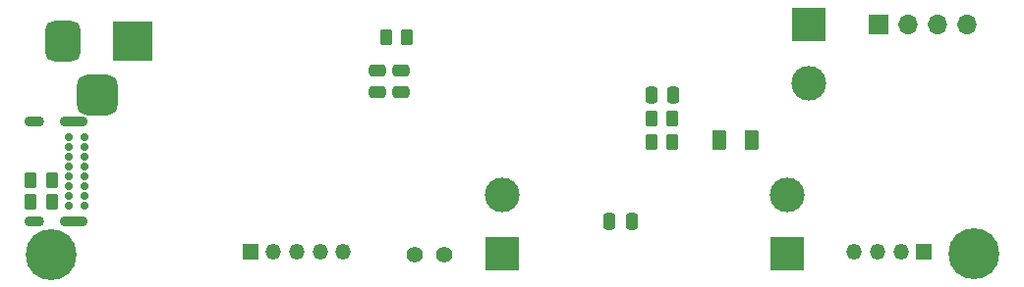
<source format=gbs>
G04 #@! TF.GenerationSoftware,KiCad,Pcbnew,(6.99.0-3780-g6ddc5c1a6e)*
G04 #@! TF.CreationDate,2022-10-12T10:17:30+02:00*
G04 #@! TF.ProjectId,BalthazarPSU3,42616c74-6861-47a6-9172-505355332e6b,v02*
G04 #@! TF.SameCoordinates,Original*
G04 #@! TF.FileFunction,Soldermask,Bot*
G04 #@! TF.FilePolarity,Negative*
%FSLAX46Y46*%
G04 Gerber Fmt 4.6, Leading zero omitted, Abs format (unit mm)*
G04 Created by KiCad (PCBNEW (6.99.0-3780-g6ddc5c1a6e)) date 2022-10-12 10:17:30*
%MOMM*%
%LPD*%
G01*
G04 APERTURE LIST*
G04 Aperture macros list*
%AMRoundRect*
0 Rectangle with rounded corners*
0 $1 Rounding radius*
0 $2 $3 $4 $5 $6 $7 $8 $9 X,Y pos of 4 corners*
0 Add a 4 corners polygon primitive as box body*
4,1,4,$2,$3,$4,$5,$6,$7,$8,$9,$2,$3,0*
0 Add four circle primitives for the rounded corners*
1,1,$1+$1,$2,$3*
1,1,$1+$1,$4,$5*
1,1,$1+$1,$6,$7*
1,1,$1+$1,$8,$9*
0 Add four rect primitives between the rounded corners*
20,1,$1+$1,$2,$3,$4,$5,0*
20,1,$1+$1,$4,$5,$6,$7,0*
20,1,$1+$1,$6,$7,$8,$9,0*
20,1,$1+$1,$8,$9,$2,$3,0*%
G04 Aperture macros list end*
%ADD10C,1.400000*%
%ADD11R,3.000000X3.000000*%
%ADD12C,3.000000*%
%ADD13C,0.700000*%
%ADD14O,2.400000X0.900000*%
%ADD15O,1.700000X0.900000*%
%ADD16RoundRect,0.875000X-0.875000X-0.875000X0.875000X-0.875000X0.875000X0.875000X-0.875000X0.875000X0*%
%ADD17R,3.500000X3.500000*%
%ADD18RoundRect,0.750000X-0.750000X-1.000000X0.750000X-1.000000X0.750000X1.000000X-0.750000X1.000000X0*%
%ADD19R,1.700000X1.700000*%
%ADD20O,1.700000X1.700000*%
%ADD21R,1.350000X1.350000*%
%ADD22O,1.350000X1.350000*%
%ADD23C,4.400000*%
%ADD24RoundRect,0.250000X0.375000X0.625000X-0.375000X0.625000X-0.375000X-0.625000X0.375000X-0.625000X0*%
%ADD25RoundRect,0.250000X-0.262500X-0.450000X0.262500X-0.450000X0.262500X0.450000X-0.262500X0.450000X0*%
%ADD26RoundRect,0.250000X-0.475000X0.250000X-0.475000X-0.250000X0.475000X-0.250000X0.475000X0.250000X0*%
%ADD27RoundRect,0.250000X-0.250000X-0.475000X0.250000X-0.475000X0.250000X0.475000X-0.250000X0.475000X0*%
G04 APERTURE END LIST*
D10*
X135275000Y-80772000D03*
X137815000Y-80772000D03*
D11*
X142874999Y-80644999D03*
D12*
X142875000Y-75565000D03*
D11*
X169290999Y-60832999D03*
D12*
X169291000Y-65913000D03*
D11*
X167385999Y-80644999D03*
D12*
X167386000Y-75565000D03*
D13*
X106895000Y-70612000D03*
X106895000Y-71462000D03*
X106895000Y-72312000D03*
X106895000Y-73162000D03*
X106895000Y-74012000D03*
X106895000Y-74862000D03*
X106895000Y-75712000D03*
X106895000Y-76562000D03*
X105545000Y-76562000D03*
X105545000Y-75712000D03*
X105545000Y-74862000D03*
X105545000Y-74012000D03*
X105545000Y-73162000D03*
X105545000Y-72312000D03*
X105545000Y-71462000D03*
X105545000Y-70612000D03*
D14*
X105914999Y-69261999D03*
D15*
X102534999Y-69261999D03*
D14*
X105914999Y-77911999D03*
D15*
X102534999Y-77911999D03*
D16*
X107998000Y-66988500D03*
D17*
X110997999Y-62288499D03*
D18*
X104998000Y-62288500D03*
D19*
X175259999Y-60832999D03*
D20*
X177799999Y-60832999D03*
X180339999Y-60832999D03*
X182879999Y-60832999D03*
D21*
X121157999Y-80517999D03*
D22*
X123157999Y-80517999D03*
X125157999Y-80517999D03*
X127157999Y-80517999D03*
X129157999Y-80517999D03*
D21*
X179196999Y-80517999D03*
D22*
X177196999Y-80517999D03*
X175196999Y-80517999D03*
X173196999Y-80517999D03*
D23*
X104013000Y-80772000D03*
X183515000Y-80645000D03*
D24*
X164341000Y-70866000D03*
X161541000Y-70866000D03*
D25*
X155678500Y-70993000D03*
X157503500Y-70993000D03*
X155678500Y-68961000D03*
X157503500Y-68961000D03*
X132842000Y-61976000D03*
X134667000Y-61976000D03*
D26*
X132080000Y-64810500D03*
X132080000Y-66710500D03*
D27*
X155702000Y-66929000D03*
X157602000Y-66929000D03*
D26*
X134112000Y-64810500D03*
X134112000Y-66710500D03*
D25*
X102211500Y-74295000D03*
X104036500Y-74295000D03*
X102211500Y-76200000D03*
X104036500Y-76200000D03*
D27*
X152085000Y-77851000D03*
X153985000Y-77851000D03*
M02*

</source>
